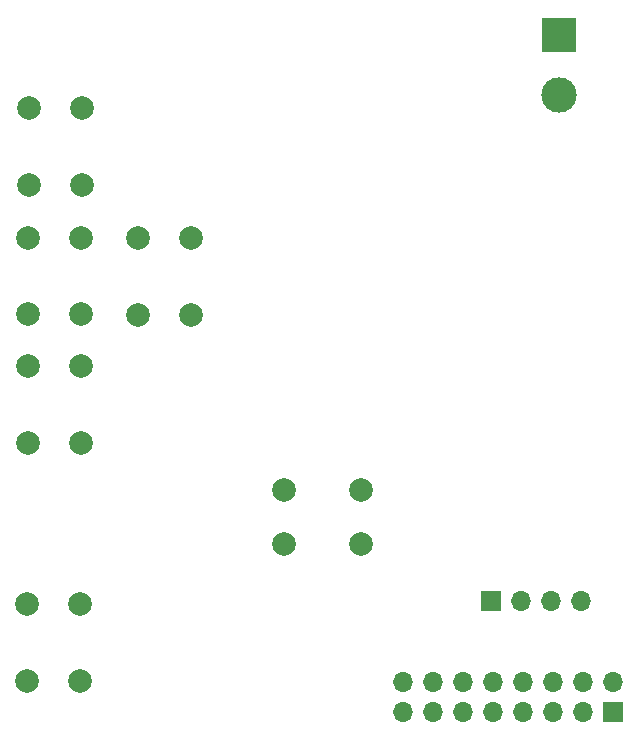
<source format=gbr>
%TF.GenerationSoftware,KiCad,Pcbnew,7.0.1*%
%TF.CreationDate,2023-04-20T18:11:54+02:00*%
%TF.ProjectId,PCB_Tetris,5043425f-5465-4747-9269-732e6b696361,rev?*%
%TF.SameCoordinates,Original*%
%TF.FileFunction,Soldermask,Bot*%
%TF.FilePolarity,Negative*%
%FSLAX46Y46*%
G04 Gerber Fmt 4.6, Leading zero omitted, Abs format (unit mm)*
G04 Created by KiCad (PCBNEW 7.0.1) date 2023-04-20 18:11:54*
%MOMM*%
%LPD*%
G01*
G04 APERTURE LIST*
%ADD10C,2.000000*%
%ADD11R,1.700000X1.700000*%
%ADD12O,1.700000X1.700000*%
%ADD13R,3.000000X3.000000*%
%ADD14C,3.000000*%
G04 APERTURE END LIST*
D10*
%TO.C,FASTDROP1*%
X49850000Y-91925000D03*
X49850000Y-85425000D03*
X54350000Y-91925000D03*
X54350000Y-85425000D03*
%TD*%
%TO.C,HARDDROP1*%
X49750000Y-122925000D03*
X49750000Y-116425000D03*
X54250000Y-122925000D03*
X54250000Y-116425000D03*
%TD*%
%TO.C,RECHTS1*%
X49825000Y-102825000D03*
X49825000Y-96325000D03*
X54325000Y-102825000D03*
X54325000Y-96325000D03*
%TD*%
%TO.C,ROTATE1*%
X59175000Y-91975000D03*
X59175000Y-85475000D03*
X63675000Y-91975000D03*
X63675000Y-85475000D03*
%TD*%
%TO.C,RESET1*%
X78000000Y-111325000D03*
X71500000Y-111325000D03*
X78000000Y-106825000D03*
X71500000Y-106825000D03*
%TD*%
%TO.C,LINKS1*%
X49900000Y-80950000D03*
X49900000Y-74450000D03*
X54400000Y-80950000D03*
X54400000Y-74450000D03*
%TD*%
D11*
%TO.C,Prog1*%
X89075000Y-116200000D03*
D12*
X91615000Y-116200000D03*
X94155000Y-116200000D03*
X96695000Y-116200000D03*
%TD*%
D13*
%TO.C,Kroonsteen1*%
X94775000Y-68245000D03*
D14*
X94775000Y-73325000D03*
%TD*%
D11*
%TO.C,J1*%
X99325000Y-125615000D03*
D12*
X99325000Y-123075000D03*
X96785000Y-125615000D03*
X96785000Y-123075000D03*
X94245000Y-125615000D03*
X94245000Y-123075000D03*
X91705000Y-125615000D03*
X91705000Y-123075000D03*
X89165000Y-125615000D03*
X89165000Y-123075000D03*
X86625000Y-125615000D03*
X86625000Y-123075000D03*
X84085000Y-125615000D03*
X84085000Y-123075000D03*
X81545000Y-125615000D03*
X81545000Y-123075000D03*
%TD*%
M02*

</source>
